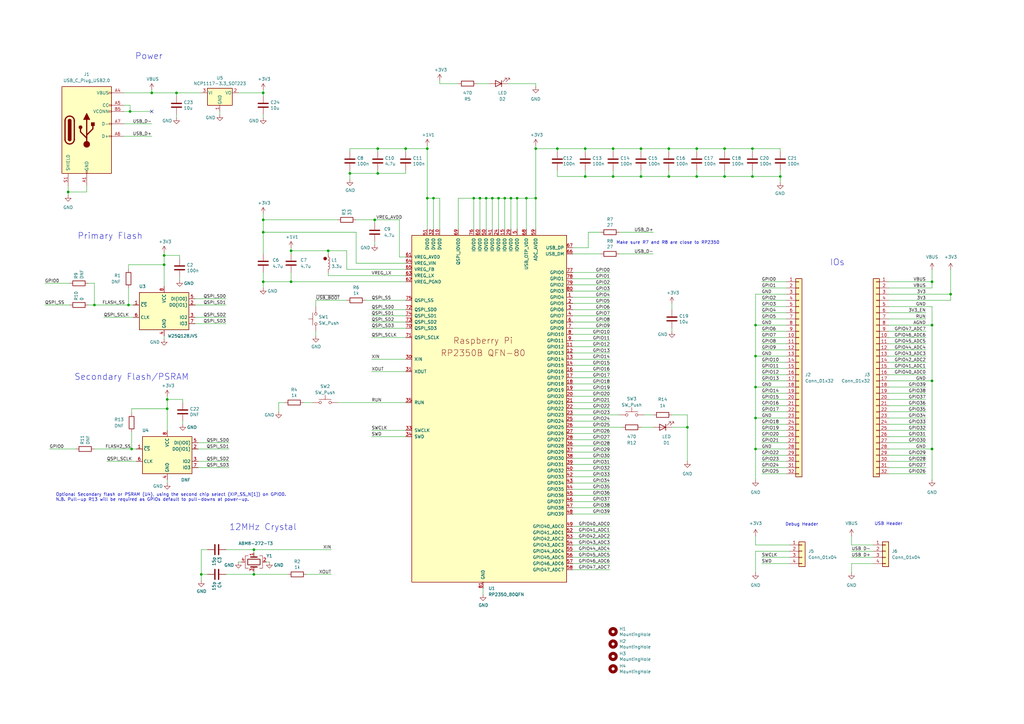
<source format=kicad_sch>
(kicad_sch (version 20231120) (generator "eeschema") (generator_version "8.0")
  (paper "A3")
  (junction (at 119.38 115.57))
  (junction (at 297.18 60.96))
  (junction (at 107.95 115.57))
  (junction (at 219.71 81.28))
  (junction (at 194.31 81.28))
  (junction (at 320.04 72.39))
  (junction (at 175.26 81.28))
  (junction (at 154.94 71.12))
  (junction (at 219.71 60.96))
  (junction (at 196.85 81.28))
  (junction (at 382.27 133.35))
  (junction (at 72.39 38.1))
  (junction (at 382.27 115.57))
  (junction (at 82.55 235.585))
  (junction (at 68.58 163.83))
  (junction (at 251.46 72.39))
  (junction (at 262.89 72.39))
  (junction (at 209.55 81.28))
  (junction (at 154.94 60.96))
  (junction (at 207.01 81.28))
  (junction (at 228.6 60.96))
  (junction (at 308.61 72.39))
  (junction (at 107.95 90.17))
  (junction (at 62.23 38.1))
  (junction (at 309.88 184.15))
  (junction (at 285.75 72.39))
  (junction (at 309.88 171.45))
  (junction (at 204.47 81.28))
  (junction (at 240.03 60.96))
  (junction (at 67.31 104.775))
  (junction (at 199.39 81.28))
  (junction (at 262.89 60.96))
  (junction (at 107.95 38.1))
  (junction (at 153.67 90.17))
  (junction (at 175.26 60.96))
  (junction (at 67.31 108.585))
  (junction (at 212.09 81.28))
  (junction (at 297.18 72.39))
  (junction (at 53.975 184.15))
  (junction (at 308.61 60.96))
  (junction (at 53.34 45.72))
  (junction (at 382.27 156.21))
  (junction (at 104.14 225.425))
  (junction (at 166.37 60.96))
  (junction (at 309.88 146.05))
  (junction (at 240.03 72.39))
  (junction (at 104.14 235.585))
  (junction (at 309.88 158.75))
  (junction (at 274.32 60.96))
  (junction (at 68.58 167.64))
  (junction (at 281.94 175.26))
  (junction (at 382.27 184.15))
  (junction (at 134.62 102.87))
  (junction (at 309.88 133.35))
  (junction (at 389.89 120.65))
  (junction (at 274.32 72.39))
  (junction (at 27.94 78.74))
  (junction (at 177.8 81.28))
  (junction (at 285.75 60.96))
  (junction (at 52.705 125.095))
  (junction (at 215.9 81.28))
  (junction (at 119.38 102.87))
  (junction (at 38.735 125.095))
  (junction (at 251.46 60.96))
  (junction (at 201.93 81.28))
  (junction (at 143.51 71.12))
  (junction (at 107.95 95.25))
  (no_connect (at 62.23 45.72))
  (wire (pts (xy 35.56 78.74) (xy 35.56 76.2)))
  (wire (pts (xy 72.39 39.37) (xy 72.39 38.1)))
  (wire (pts (xy 364.49 148.59) (xy 379.73 148.59)))
  (wire (pts (xy 234.95 139.7) (xy 250.19 139.7)))
  (wire (pts (xy 107.95 111.76) (xy 107.95 115.57)))
  (wire (pts (xy 382.27 133.35) (xy 382.27 156.21)))
  (wire (pts (xy 264.16 170.18) (xy 267.97 170.18)))
  (wire (pts (xy 234.95 132.08) (xy 250.19 132.08)))
  (wire (pts (xy 154.94 60.96) (xy 166.37 60.96)))
  (wire (pts (xy 107.95 95.25) (xy 146.05 95.25)))
  (wire (pts (xy 312.42 176.53) (xy 322.58 176.53)))
  (wire (pts (xy 349.25 219.71) (xy 349.25 223.52)))
  (wire (pts (xy 312.42 153.67) (xy 322.58 153.67)))
  (wire (pts (xy 274.32 62.23) (xy 274.32 60.96)))
  (wire (pts (xy 274.32 69.85) (xy 274.32 72.39)))
  (wire (pts (xy 234.95 129.54) (xy 250.19 129.54)))
  (wire (pts (xy 107.95 115.57) (xy 107.95 118.11)))
  (wire (pts (xy 228.6 60.96) (xy 240.03 60.96)))
  (wire (pts (xy 207.01 81.28) (xy 209.55 81.28)))
  (wire (pts (xy 154.94 62.23) (xy 154.94 60.96)))
  (wire (pts (xy 166.37 138.43) (xy 152.4 138.43)))
  (wire (pts (xy 154.94 71.12) (xy 166.37 71.12)))
  (wire (pts (xy 36.195 125.095) (xy 38.735 125.095)))
  (wire (pts (xy 74.93 163.83) (xy 68.58 163.83)))
  (wire (pts (xy 107.95 46.99) (xy 107.95 48.26)))
  (wire (pts (xy 312.42 156.21) (xy 322.58 156.21)))
  (wire (pts (xy 143.51 69.85) (xy 143.51 71.12)))
  (wire (pts (xy 234.95 101.6) (xy 241.3 101.6)))
  (wire (pts (xy 81.28 191.77) (xy 93.98 191.77)))
  (wire (pts (xy 312.42 148.59) (xy 322.58 148.59)))
  (wire (pts (xy 234.95 233.68) (xy 250.19 233.68)))
  (wire (pts (xy 309.88 146.05) (xy 309.88 133.35)))
  (wire (pts (xy 275.59 170.18) (xy 281.94 170.18)))
  (wire (pts (xy 234.95 231.14) (xy 250.19 231.14)))
  (wire (pts (xy 285.75 62.23) (xy 285.75 60.96)))
  (wire (pts (xy 90.17 45.72) (xy 90.17 46.99)))
  (wire (pts (xy 166.37 176.53) (xy 152.4 176.53)))
  (wire (pts (xy 234.95 218.44) (xy 250.19 218.44)))
  (wire (pts (xy 309.88 133.35) (xy 322.58 133.35)))
  (wire (pts (xy 53.34 45.72) (xy 62.23 45.72)))
  (wire (pts (xy 312.42 191.77) (xy 322.58 191.77)))
  (wire (pts (xy 92.71 235.585) (xy 104.14 235.585)))
  (wire (pts (xy 142.24 102.87) (xy 134.62 102.87)))
  (wire (pts (xy 382.27 118.11) (xy 382.27 115.57)))
  (wire (pts (xy 262.89 62.23) (xy 262.89 60.96)))
  (wire (pts (xy 146.05 90.17) (xy 153.67 90.17)))
  (wire (pts (xy 107.95 90.17) (xy 138.43 90.17)))
  (wire (pts (xy 262.89 69.85) (xy 262.89 72.39)))
  (wire (pts (xy 200.66 34.29) (xy 195.58 34.29)))
  (wire (pts (xy 153.67 90.17) (xy 163.83 90.17)))
  (wire (pts (xy 234.95 111.76) (xy 250.19 111.76)))
  (wire (pts (xy 234.95 198.12) (xy 250.19 198.12)))
  (wire (pts (xy 199.39 93.98) (xy 199.39 81.28)))
  (wire (pts (xy 234.95 185.42) (xy 250.19 185.42)))
  (wire (pts (xy 219.71 81.28) (xy 219.71 93.98)))
  (wire (pts (xy 364.49 118.11) (xy 382.27 118.11)))
  (wire (pts (xy 364.49 194.31) (xy 379.73 194.31)))
  (wire (pts (xy 129.54 123.19) (xy 129.54 125.73)))
  (wire (pts (xy 212.09 81.28) (xy 212.09 93.98)))
  (wire (pts (xy 52.705 118.11) (xy 52.705 125.095)))
  (wire (pts (xy 187.96 93.98) (xy 187.96 81.28)))
  (wire (pts (xy 312.42 168.91) (xy 322.58 168.91)))
  (wire (pts (xy 67.31 103.505) (xy 67.31 104.775)))
  (wire (pts (xy 18.415 116.205) (xy 28.575 116.205)))
  (wire (pts (xy 312.42 194.31) (xy 322.58 194.31)))
  (wire (pts (xy 382.27 115.57) (xy 382.27 110.49)))
  (wire (pts (xy 297.18 60.96) (xy 308.61 60.96)))
  (wire (pts (xy 364.49 115.57) (xy 382.27 115.57)))
  (wire (pts (xy 97.79 38.1) (xy 107.95 38.1)))
  (wire (pts (xy 308.61 72.39) (xy 297.18 72.39)))
  (wire (pts (xy 364.49 166.37) (xy 379.73 166.37)))
  (wire (pts (xy 364.49 128.27) (xy 379.73 128.27)))
  (wire (pts (xy 201.93 81.28) (xy 204.47 81.28)))
  (wire (pts (xy 234.95 160.02) (xy 250.19 160.02)))
  (wire (pts (xy 312.42 231.14) (xy 323.85 231.14)))
  (wire (pts (xy 309.88 158.75) (xy 309.88 146.05)))
  (wire (pts (xy 274.32 72.39) (xy 262.89 72.39)))
  (wire (pts (xy 308.61 69.85) (xy 308.61 72.39)))
  (wire (pts (xy 175.26 60.96) (xy 175.26 81.28)))
  (wire (pts (xy 196.85 81.28) (xy 199.39 81.28)))
  (wire (pts (xy 146.05 95.25) (xy 146.05 107.95)))
  (wire (pts (xy 234.95 142.24) (xy 250.19 142.24)))
  (wire (pts (xy 201.93 93.98) (xy 201.93 81.28)))
  (wire (pts (xy 52.705 108.585) (xy 67.31 108.585)))
  (wire (pts (xy 27.94 78.74) (xy 27.94 80.01)))
  (wire (pts (xy 109.22 230.505) (xy 110.49 230.505)))
  (wire (pts (xy 68.58 167.64) (xy 68.58 176.53)))
  (wire (pts (xy 364.49 163.83) (xy 379.73 163.83)))
  (wire (pts (xy 309.88 226.06) (xy 323.85 226.06)))
  (wire (pts (xy 364.49 181.61) (xy 379.73 181.61)))
  (wire (pts (xy 199.39 81.28) (xy 201.93 81.28)))
  (wire (pts (xy 234.95 180.34) (xy 250.19 180.34)))
  (wire (pts (xy 81.28 184.15) (xy 93.98 184.15)))
  (wire (pts (xy 116.84 165.1) (xy 114.3 165.1)))
  (wire (pts (xy 274.32 60.96) (xy 285.75 60.96)))
  (wire (pts (xy 240.03 60.96) (xy 251.46 60.96)))
  (wire (pts (xy 52.705 110.49) (xy 52.705 108.585)))
  (wire (pts (xy 107.95 115.57) (xy 119.38 115.57)))
  (wire (pts (xy 234.95 157.48) (xy 250.19 157.48)))
  (wire (pts (xy 134.62 113.03) (xy 166.37 113.03)))
  (wire (pts (xy 240.03 69.85) (xy 240.03 72.39)))
  (wire (pts (xy 85.09 235.585) (xy 82.55 235.585)))
  (wire (pts (xy 234.95 134.62) (xy 250.19 134.62)))
  (wire (pts (xy 234.95 182.88) (xy 250.19 182.88)))
  (wire (pts (xy 312.42 135.89) (xy 322.58 135.89)))
  (wire (pts (xy 80.01 132.715) (xy 92.71 132.715)))
  (wire (pts (xy 309.88 133.35) (xy 309.88 120.65)))
  (wire (pts (xy 119.38 101.6) (xy 119.38 102.87)))
  (wire (pts (xy 149.86 123.19) (xy 166.37 123.19)))
  (wire (pts (xy 143.51 62.23) (xy 143.51 60.96)))
  (wire (pts (xy 62.23 38.1) (xy 72.39 38.1)))
  (wire (pts (xy 153.67 100.33) (xy 153.67 99.06)))
  (wire (pts (xy 134.62 113.03) (xy 134.62 111.76)))
  (wire (pts (xy 153.67 90.17) (xy 153.67 91.44)))
  (wire (pts (xy 364.49 130.81) (xy 379.73 130.81)))
  (wire (pts (xy 209.55 81.28) (xy 212.09 81.28)))
  (wire (pts (xy 234.95 193.04) (xy 250.19 193.04)))
  (wire (pts (xy 82.55 235.585) (xy 82.55 238.125)))
  (wire (pts (xy 67.31 137.795) (xy 67.31 139.065)))
  (wire (pts (xy 234.95 154.94) (xy 250.19 154.94)))
  (wire (pts (xy 364.49 176.53) (xy 379.73 176.53)))
  (wire (pts (xy 364.49 156.21) (xy 382.27 156.21)))
  (wire (pts (xy 53.975 184.15) (xy 55.88 184.15)))
  (wire (pts (xy 309.88 223.52) (xy 323.85 223.52)))
  (wire (pts (xy 267.97 175.26) (xy 262.89 175.26)))
  (wire (pts (xy 254 104.14) (xy 267.97 104.14)))
  (wire (pts (xy 107.95 39.37) (xy 107.95 38.1)))
  (wire (pts (xy 312.42 163.83) (xy 322.58 163.83)))
  (wire (pts (xy 312.42 125.73) (xy 322.58 125.73)))
  (wire (pts (xy 175.26 81.28) (xy 175.26 93.98)))
  (wire (pts (xy 142.24 110.49) (xy 142.24 102.87)))
  (wire (pts (xy 234.95 203.2) (xy 250.19 203.2)))
  (wire (pts (xy 97.79 230.505) (xy 99.06 230.505)))
  (wire (pts (xy 53.34 43.18) (xy 50.8 43.18)))
  (wire (pts (xy 234.95 215.9) (xy 250.19 215.9)))
  (wire (pts (xy 312.42 128.27) (xy 322.58 128.27)))
  (wire (pts (xy 234.95 116.84) (xy 250.19 116.84)))
  (wire (pts (xy 234.95 175.26) (xy 255.27 175.26)))
  (wire (pts (xy 36.195 116.205) (xy 38.735 116.205)))
  (wire (pts (xy 364.49 120.65) (xy 389.89 120.65)))
  (wire (pts (xy 234.95 124.46) (xy 250.19 124.46)))
  (wire (pts (xy 53.975 169.545) (xy 53.975 167.64)))
  (wire (pts (xy 312.42 143.51) (xy 322.58 143.51)))
  (wire (pts (xy 312.42 118.11) (xy 322.58 118.11)))
  (wire (pts (xy 281.94 170.18) (xy 281.94 175.26)))
  (wire (pts (xy 67.31 108.585) (xy 67.31 117.475)))
  (wire (pts (xy 43.815 189.23) (xy 55.88 189.23)))
  (wire (pts (xy 364.49 153.67) (xy 379.73 153.67)))
  (wire (pts (xy 143.51 71.12) (xy 143.51 73.66)))
  (wire (pts (xy 204.47 81.28) (xy 207.01 81.28)))
  (wire (pts (xy 234.95 127) (xy 250.19 127)))
  (wire (pts (xy 312.42 228.6) (xy 323.85 228.6)))
  (wire (pts (xy 50.8 55.88) (xy 62.23 55.88)))
  (wire (pts (xy 154.94 69.85) (xy 154.94 71.12)))
  (wire (pts (xy 308.61 60.96) (xy 320.04 60.96)))
  (wire (pts (xy 251.46 62.23) (xy 251.46 60.96)))
  (wire (pts (xy 364.49 184.15) (xy 382.27 184.15)))
  (wire (pts (xy 67.31 104.775) (xy 67.31 108.585)))
  (wire (pts (xy 92.71 225.425) (xy 104.14 225.425)))
  (wire (pts (xy 349.25 226.06) (xy 358.14 226.06)))
  (wire (pts (xy 389.89 123.19) (xy 389.89 120.65)))
  (wire (pts (xy 80.01 130.175) (xy 92.71 130.175)))
  (wire (pts (xy 152.4 147.32) (xy 166.37 147.32)))
  (wire (pts (xy 389.89 120.65) (xy 389.89 110.49)))
  (wire (pts (xy 198.12 241.3) (xy 198.12 243.84)))
  (wire (pts (xy 152.4 132.08) (xy 166.37 132.08)))
  (wire (pts (xy 82.55 225.425) (xy 82.55 235.585)))
  (wire (pts (xy 180.34 81.28) (xy 180.34 93.98)))
  (wire (pts (xy 194.31 93.98) (xy 194.31 81.28)))
  (wire (pts (xy 364.49 179.07) (xy 379.73 179.07)))
  (wire (pts (xy 27.94 78.74) (xy 35.56 78.74)))
  (wire (pts (xy 349.25 228.6) (xy 358.14 228.6)))
  (wire (pts (xy 309.88 184.15) (xy 322.58 184.15)))
  (wire (pts (xy 143.51 60.96) (xy 154.94 60.96)))
  (wire (pts (xy 312.42 173.99) (xy 322.58 173.99)))
  (wire (pts (xy 312.42 138.43) (xy 322.58 138.43)))
  (wire (pts (xy 349.25 223.52) (xy 358.14 223.52)))
  (wire (pts (xy 234.95 152.4) (xy 250.19 152.4)))
  (wire (pts (xy 42.545 130.175) (xy 54.61 130.175)))
  (wire (pts (xy 73.66 104.775) (xy 67.31 104.775)))
  (wire (pts (xy 234.95 190.5) (xy 250.19 190.5)))
  (wire (pts (xy 320.04 62.23) (xy 320.04 60.96)))
  (wire (pts (xy 152.4 127) (xy 166.37 127)))
  (wire (pts (xy 241.3 95.25) (xy 241.3 101.6)))
  (wire (pts (xy 364.49 125.73) (xy 382.27 125.73)))
  (wire (pts (xy 364.49 161.29) (xy 379.73 161.29)))
  (wire (pts (xy 38.735 125.095) (xy 52.705 125.095)))
  (wire (pts (xy 68.58 196.85) (xy 68.58 198.12)))
  (wire (pts (xy 297.18 69.85) (xy 297.18 72.39)))
  (wire (pts (xy 219.71 59.69) (xy 219.71 60.96)))
  (wire (pts (xy 297.18 62.23) (xy 297.18 60.96)))
  (wire (pts (xy 62.23 36.83) (xy 62.23 38.1)))
  (wire (pts (xy 382.27 184.15) (xy 382.27 196.85)))
  (wire (pts (xy 152.4 129.54) (xy 166.37 129.54)))
  (wire (pts (xy 50.8 50.8) (xy 62.23 50.8)))
  (wire (pts (xy 68.58 163.83) (xy 68.58 167.64)))
  (wire (pts (xy 152.4 134.62) (xy 166.37 134.62)))
  (wire (pts (xy 312.42 161.29) (xy 322.58 161.29)))
  (wire (pts (xy 104.14 234.315) (xy 104.14 235.585)))
  (wire (pts (xy 281.94 175.26) (xy 281.94 189.23)))
  (wire (pts (xy 308.61 62.23) (xy 308.61 60.96)))
  (wire (pts (xy 53.34 45.72) (xy 50.8 45.72)))
  (wire (pts (xy 251.46 60.96) (xy 262.89 60.96)))
  (wire (pts (xy 382.27 125.73) (xy 382.27 133.35)))
  (wire (pts (xy 124.46 165.1) (xy 128.27 165.1)))
  (wire (pts (xy 320.04 72.39) (xy 308.61 72.39)))
  (wire (pts (xy 312.42 189.23) (xy 322.58 189.23)))
  (wire (pts (xy 73.66 106.045) (xy 73.66 104.775)))
  (wire (pts (xy 234.95 170.18) (xy 254 170.18)))
  (wire (pts (xy 275.59 124.46) (xy 275.59 127)))
  (wire (pts (xy 166.37 60.96) (xy 175.26 60.96)))
  (wire (pts (xy 364.49 151.13) (xy 379.73 151.13)))
  (wire (pts (xy 364.49 143.51) (xy 379.73 143.51)))
  (wire (pts (xy 285.75 60.96) (xy 297.18 60.96)))
  (wire (pts (xy 119.38 115.57) (xy 166.37 115.57)))
  (wire (pts (xy 364.49 123.19) (xy 389.89 123.19)))
  (wire (pts (xy 312.42 115.57) (xy 322.58 115.57)))
  (wire (pts (xy 297.18 72.39) (xy 285.75 72.39)))
  (wire (pts (xy 349.25 234.95) (xy 349.25 231.14)))
  (wire (pts (xy 364.49 189.23) (xy 379.73 189.23)))
  (wire (pts (xy 234.95 220.98) (xy 250.19 220.98)))
  (wire (pts (xy 219.71 60.96) (xy 228.6 60.96)))
  (wire (pts (xy 119.38 111.76) (xy 119.38 115.57)))
  (wire (pts (xy 312.42 166.37) (xy 322.58 166.37)))
  (wire (pts (xy 180.34 33.02) (xy 180.34 34.29)))
  (wire (pts (xy 163.83 90.17) (xy 163.83 105.41)))
  (wire (pts (xy 285.75 69.85) (xy 285.75 72.39)))
  (wire (pts (xy 53.975 177.165) (xy 53.975 184.15)))
  (wire (pts (xy 166.37 179.07) (xy 152.4 179.07)))
  (wire (pts (xy 241.3 95.25) (xy 246.38 95.25)))
  (wire (pts (xy 234.95 223.52) (xy 250.19 223.52)))
  (wire (pts (xy 309.88 171.45) (xy 309.88 158.75)))
  (wire (pts (xy 234.95 162.56) (xy 250.19 162.56)))
  (wire (pts (xy 142.24 123.19) (xy 129.54 123.19)))
  (wire (pts (xy 20.32 184.15) (xy 31.115 184.15)))
  (wire (pts (xy 177.8 81.28) (xy 180.34 81.28)))
  (wire (pts (xy 104.14 235.585) (xy 118.11 235.585)))
  (wire (pts (xy 82.55 38.1) (xy 72.39 38.1)))
  (wire (pts (xy 364.49 135.89) (xy 379.73 135.89)))
  (wire (pts (xy 68.58 162.56) (xy 68.58 163.83)))
  (wire (pts (xy 163.83 105.41) (xy 166.37 105.41)))
  (wire (pts (xy 196.85 93.98) (xy 196.85 81.28)))
  (wire (pts (xy 72.39 46.99) (xy 72.39 48.26)))
  (wire (pts (xy 129.54 135.89) (xy 129.54 137.795)))
  (wire (pts (xy 251.46 69.85) (xy 251.46 72.39)))
  (wire (pts (xy 85.09 225.425) (xy 82.55 225.425)))
  (wire (pts (xy 234.95 210.82) (xy 250.19 210.82)))
  (wire (pts (xy 38.735 116.205) (xy 38.735 125.095)))
  (wire (pts (xy 254 95.25) (xy 267.97 95.25)))
  (wire (pts (xy 234.95 172.72) (xy 250.19 172.72)))
  (wire (pts (xy 209.55 93.98) (xy 209.55 81.28)))
  (wire (pts (xy 175.26 59.69) (xy 175.26 60.96)))
  (wire (pts (xy 312.42 151.13) (xy 322.58 151.13)))
  (wire (pts (xy 107.95 90.17) (xy 107.95 95.25)))
  (wire (pts (xy 234.95 167.64) (xy 250.19 167.64)))
  (wire (pts (xy 119.38 102.87) (xy 134.62 102.87)))
  (wire (pts (xy 215.9 93.98) (xy 215.9 81.28)))
  (wire (pts (xy 309.88 184.15) (xy 309.88 196.85)))
  (wire (pts (xy 320.04 72.39) (xy 320.04 74.93)))
  (wire (pts (xy 219.71 34.29) (xy 219.71 35.56)))
  (wire (pts (xy 215.9 81.28) (xy 219.71 81.28)))
  (wire (pts (xy 212.09 81.28) (xy 215.9 81.28)))
  (wire (pts (xy 309.88 226.06) (xy 309.88 234.95)))
  (wire (pts (xy 364.49 138.43) (xy 379.73 138.43)))
  (wire (pts (xy 312.42 186.69) (xy 322.58 186.69)))
  (wire (pts (xy 312.42 179.07) (xy 322.58 179.07)))
  (wire (pts (xy 312.42 140.97) (xy 322.58 140.97)))
  (wire (pts (xy 234.95 195.58) (xy 250.19 195.58)))
  (wire (pts (xy 251.46 72.39) (xy 240.03 72.39)))
  (wire (pts (xy 262.89 72.39) (xy 251.46 72.39)))
  (wire (pts (xy 104.14 225.425) (xy 135.89 225.425)))
  (wire (pts (xy 234.95 137.16) (xy 250.19 137.16)))
  (wire (pts (xy 312.42 130.81) (xy 322.58 130.81)))
  (wire (pts (xy 309.88 146.05) (xy 322.58 146.05)))
  (wire (pts (xy 107.95 87.63) (xy 107.95 90.17)))
  (wire (pts (xy 134.62 102.87) (xy 134.62 104.14)))
  (wire (pts (xy 194.31 81.28) (xy 196.85 81.28)))
  (wire (pts (xy 234.95 205.74) (xy 250.19 205.74)))
  (wire (pts (xy 204.47 93.98) (xy 204.47 81.28)))
  (wire (pts (xy 234.95 208.28) (xy 250.19 208.28)))
  (wire (pts (xy 228.6 62.23) (xy 228.6 60.96)))
  (wire (pts (xy 364.49 171.45) (xy 379.73 171.45)))
  (wire (pts (xy 234.95 187.96) (xy 250.19 187.96)))
  (wire (pts (xy 234.95 177.8) (xy 250.19 177.8)))
  (wire (pts (xy 309.88 158.75) (xy 322.58 158.75)))
  (wire (pts (xy 27.94 76.2) (xy 27.94 78.74)))
  (wire (pts (xy 364.49 140.97) (xy 379.73 140.97)))
  (wire (pts (xy 166.37 62.23) (xy 166.37 60.96)))
  (wire (pts (xy 234.95 119.38) (xy 250.19 119.38)))
  (wire (pts (xy 107.95 38.1) (xy 107.95 36.83)))
  (wire (pts (xy 234.95 149.86) (xy 250.19 149.86)))
  (wire (pts (xy 234.95 165.1) (xy 250.19 165.1)))
  (wire (pts (xy 285.75 72.39) (xy 274.32 72.39)))
  (wire (pts (xy 234.95 121.92) (xy 250.19 121.92)))
  (wire (pts (xy 143.51 71.12) (xy 154.94 71.12)))
  (wire (pts (xy 50.8 38.1) (xy 62.23 38.1)))
  (wire (pts (xy 187.96 81.28) (xy 194.31 81.28)))
  (wire (pts (xy 208.28 34.29) (xy 219.71 34.29)))
  (wire (pts (xy 309.88 184.15) (xy 309.88 171.45)))
  (wire (pts (xy 52.705 125.095) (xy 54.61 125.095)))
  (wire (pts (xy 309.88 120.65) (xy 322.58 120.65)))
  (wire (pts (xy 309.88 219.71) (xy 309.88 223.52)))
  (wire (pts (xy 234.95 200.66) (xy 250.19 200.66)))
  (wire (pts (xy 364.49 146.05) (xy 379.73 146.05)))
  (wire (pts (xy 146.05 107.95) (xy 166.37 107.95)))
  (wire (pts (xy 177.8 81.28) (xy 175.26 81.28)))
  (wire (pts (xy 207.01 81.28) (xy 207.01 93.98)))
  (wire (pts (xy 53.34 43.18) (xy 53.34 45.72)))
  (wire (pts (xy 312.42 181.61) (xy 322.58 181.61)))
  (wire (pts (xy 166.37 110.49) (xy 142.24 110.49)))
  (wire (pts (xy 180.34 34.29) (xy 187.96 34.29)))
  (wire (pts (xy 74.93 165.1) (xy 74.93 163.83)))
  (wire (pts (xy 364.49 158.75) (xy 379.73 158.75)))
  (wire (pts (xy 240.03 62.23) (xy 240.03 60.96)))
  (wire (pts (xy 364.49 173.99) (xy 379.73 173.99)))
  (wire (pts (xy 74.93 172.72) (xy 74.93 173.99)))
  (wire (pts (xy 81.28 189.23) (xy 93.98 189.23)))
  (wire (pts (xy 364.49 191.77) (xy 379.73 191.77)))
  (wire (pts (xy 234.95 104.14) (xy 246.38 104.14)))
  (wire (pts (xy 240.03 72.39) (xy 228.6 72.39)))
  (wire (pts (xy 114.3 165.1) (xy 114.3 168.91)))
  (wire (pts (xy 228.6 69.85) (xy 228.6 72.39)))
  (wire (pts (xy 312.42 123.19) (xy 322.58 123.19)))
  (wire (pts (xy 104.14 226.695) (xy 104.14 225.425)))
  (wire (pts (xy 364.49 186.69) (xy 379.73 186.69)))
  (wire (pts (xy 219.71 60.96) (xy 219.71 81.28)))
  (wire (pts (xy 364.49 168.91) (xy 379.73 168.91)))
  (wire (pts (xy 119.38 104.14) (xy 119.38 102.87)))
  (wire (pts (xy 234.95 144.78) (xy 250.19 144.78)))
  (wire (pts (xy 234.95 114.3) (xy 250.19 114.3)))
  (wire (pts (xy 234.95 226.06) (xy 250.19 226.06)))
  (wire (pts (xy 364.49 133.35) (xy 382.27 133.35)))
  (wire (pts (xy 53.975 167.64) (xy 68.58 167.64)))
  (wire (pts (xy 349.25 231.14) (xy 358.14 231.14)))
  (wire (pts (xy 275.59 134.62) (xy 275.59 135.89)))
  (wire (pts (xy 125.73 235.585) (xy 135.89 235.585)))
  (wire (pts (xy 234.95 228.6) (xy 250.19 228.6)))
  (wire (pts (xy 80.01 122.555) (xy 92.71 122.555)))
  (wire (pts (xy 81.28 181.61) (xy 93.98 181.61)))
  (wire (pts (xy 262.89 60.96) (xy 274.32 60.96)))
  (wire (pts (xy 166.37 152.4) (xy 152.4 152.4)))
  (wire (pts (xy 309.88 171.45) (xy 322.58 171.45)))
  (wire (pts (xy 18.415 125.095) (xy 28.575 125.095)))
  (wire (pts (xy 275.59 175.26) (xy 281.94 175.26)))
  (wire (pts (xy 80.01 125.095) (xy 92.71 125.095)))
  (wire (pts (xy 166.37 71.12) (xy 166.37 69.85)))
  (wire (pts (xy 107.95 95.25) (xy 107.95 104.14)))
  (wire (pts (xy 382.27 156.21) (xy 382.27 184.15)))
  (wire (pts (xy 177.8 93.98) (xy 177.8 81.28)))
  (wire (pts (xy 138.43 165.1) (xy 166.37 165.1)))
  (wire (pts (xy 320.04 69.85) (xy 320.04 72.39)))
  (wire (pts (xy 38.735 184.15) (xy 53.975 184.15)))
  (wire (pts (xy 73.66 113.665) (xy 73.66 114.935)))
  (wire (pts (xy 234.95 147.32) (xy 250.19 147.32)))
  (circle (center 133.35 106.045) (radius 0.635) (stroke (width 0) (color 132 0 0 1)) (fill (type color) (color 132 0 0 1)))
  (text "Optional Secondary flash or PSRAM (U4), using the second chip select (XIP_SS_N[1]) on GPIO0.\nN.B. Pull-up R13 will be required as GPIOs default to pull-downs at power-up." (at 22.86 205.74 0) (effects (font (size 1.27 1.27)) (justify left bottom)))
  (text "IOs" (at 340.36 109.22 0) (effects (font (size 2.54 2.54)) (justify left bottom)))
  (text "12MHz Crystal" (at 93.98 217.805 0) (effects (font (size 2.54 2.54)) (justify left bottom)))
  (text "USB Header" (at 358.648 215.646 0) (effects (font (size 1.27 1.27)) (justify left bottom)))
  (text "Primary Flash" (at 31.75 98.425 0) (effects (font (size 2.54 2.54)) (justify left bottom)))
  (text "Debug Header\n" (at 322.072 215.9 0) (effects (font (size 1.27 1.27)) (justify left bottom)))
  (text "Make sure R7 and R8 are close to RP2350\n" (at 252.73 100.33 0) (effects (font (size 1.27 1.27)) (justify left bottom)))
  (text "Secondary Flash/PSRAM" (at 30.48 156.21 0) (effects (font (size 2.54 2.54)) (justify left bottom)))
  (text "Power" (at 55.372 24.638 0) (effects (font (size 2.54 2.54)) (justify left bottom)))
  (label "XIN" (at 152.4 147.32 0))
  (label "USB_D+" (at 267.97 95.25 180))
  (label "GPIO33" (at 250.19 195.58 180))
  (label "GPIO40_ADC0" (at 250.19 215.9 180))
  (label "GPIO16" (at 312.42 166.37 0))
  (label "GPIO32" (at 250.19 193.04 180))
  (label "GPIO45_ADC5" (at 250.19 228.6 180))
  (label "GPIO15" (at 312.42 163.83 0))
  (label "GPIO24" (at 312.42 191.77 0))
  (label "GPIO10" (at 312.42 148.59 0))
  (label "GPIO41_ADC1" (at 250.19 218.44 180))
  (label "GPIO11" (at 312.42 151.13 0))
  (label "XOUT" (at 152.4 152.4 0))
  (label "GPIO18" (at 250.19 157.48 180))
  (label "FLASH2_SS" (at 43.18 184.15 0))
  (label "~{USB_BOOT}" (at 129.54 123.19 0))
  (label "GPIO8" (at 312.42 140.97 0))
  (label "GPIO0" (at 312.42 115.57 0))
  (label "GPIO38" (at 379.73 161.29 180))
  (label "AGND" (at 379.73 133.35 180))
  (label "GPIO12" (at 250.19 142.24 180))
  (label "GPIO8" (at 250.19 132.08 180))
  (label "QSPI_SD2" (at 92.71 130.175 180))
  (label "GPIO9" (at 312.42 143.51 0))
  (label "SWCLK" (at 312.42 228.6 0))
  (label "GPIO3" (at 250.19 119.38 180))
  (label "GPIO17" (at 312.42 168.91 0))
  (label "GPIO1" (at 312.42 118.11 0))
  (label "GPIO0" (at 18.415 116.205 0))
  (label "GPIO25" (at 250.19 175.26 180))
  (label "GPIO36" (at 379.73 166.37 180))
  (label "GPIO18" (at 312.42 173.99 0))
  (label "GPIO13" (at 250.19 144.78 180))
  (label "GPIO36" (at 250.19 203.2 180))
  (label "USB D-" (at 349.25 226.06 0))
  (label "VBUS" (at 379.73 118.11 180))
  (label "GPIO39" (at 379.73 158.75 180))
  (label "GPIO2" (at 250.19 116.84 180))
  (label "XIN" (at 135.89 225.425 180))
  (label "GPIO38" (at 250.19 208.28 180))
  (label "GPIO34" (at 379.73 171.45 180))
  (label "RUN" (at 152.4 165.1 0))
  (label "GPIO16" (at 250.19 152.4 180))
  (label "GPIO21" (at 312.42 181.61 0))
  (label "GND" (at 312.42 158.75 0))
  (label "QSPI_SD0" (at 152.4 127 0))
  (label "USB_D+" (at 62.23 55.88 180))
  (label "GPIO5" (at 250.19 124.46 180))
  (label "QSPI_SD0" (at 92.71 122.555 180))
  (label "GPIO43_ADC3" (at 250.19 223.52 180))
  (label "QSPI_SS" (at 152.4 123.19 0))
  (label "SWCLK" (at 152.4 176.53 0))
  (label "GPIO1" (at 250.19 114.3 180))
  (label "GPIO5" (at 312.42 130.81 0))
  (label "GPIO21" (at 250.19 165.1 180))
  (label "GPIO20" (at 312.42 179.07 0))
  (label "QSPI_SD2" (at 93.98 189.23 180))
  (label "GPIO35" (at 250.19 200.66 180))
  (label "GPIO37" (at 250.19 205.74 180))
  (label "GPIO20" (at 250.19 162.56 180))
  (label "GND" (at 379.73 125.73 180))
  (label "GPIO45_ADC5" (at 379.73 140.97 180))
  (label "GPIO7" (at 250.19 129.54 180))
  (label "QSPI_SD3" (at 92.71 132.715 180))
  (label "XOUT" (at 135.89 235.585 180))
  (label "GND" (at 379.73 184.15 180))
  (label "GPIO17" (at 250.19 154.94 180))
  (label "GPIO42_ADC2" (at 379.73 148.59 180))
  (label "GPIO6" (at 312.42 135.89 0))
  (label "GPIO47_ADC7" (at 250.19 233.68 180))
  (label "GPIO37" (at 379.73 163.83 180))
  (label "3V3_EN" (at 379.73 128.27 180))
  (label "GPIO39" (at 250.19 210.82 180))
  (label "QSPI_SS" (at 18.415 125.095 0))
  (label "GPIO29" (at 250.19 185.42 180))
  (label "GPIO23" (at 312.42 189.23 0))
  (label "QSPI_SD0" (at 93.98 181.61 180))
  (label "QSPI_SD2" (at 152.4 132.08 0))
  (label "FLASH_SS" (at 41.91 125.095 0))
  (label "GPIO29" (at 379.73 186.69 180))
  (label "SWD" (at 312.42 231.14 0))
  (label "GPIO7" (at 312.42 138.43 0))
  (label "GPIO46_ADC6" (at 379.73 138.43 180))
  (label "VREG_LX" (at 152.4 113.03 0))
  (label "GPIO6" (at 250.19 127 180))
  (label "GPIO4" (at 312.42 128.27 0))
  (label "GPIO42_ADC2" (at 250.19 220.98 180))
  (label "GPIO31" (at 250.19 190.5 180))
  (label "USB_D-" (at 267.97 104.14 180))
  (label "GPIO10" (at 250.19 137.16 180))
  (label "QSPI_SCLK" (at 43.815 189.23 0))
  (label "GPIO28" (at 250.19 182.88 180))
  (label "GPIO0" (at 250.19 111.76 180))
  (label "GPIO14" (at 312.42 161.29 0))
  (label "GPIO32" (at 379.73 176.53 180))
  (label "GPIO26" (at 379.73 194.31 180))
  (label "QSPI_SD1" (at 93.98 184.15 180))
  (label "3V3" (at 379.73 120.65 180))
  (label "GPIO14" (at 250.19 147.32 180))
  (label "VREG_AVDD" (at 154.305 90.17 0))
  (label "GPIO23" (at 250.19 170.18 180))
  (label "VBUS" (at 379.73 115.57 180))
  (label "GPIO47_ADC7" (at 379.73 135.89 180))
  (label "GPIO15" (at 250.19 149.86 180))
  (label "GND" (at 312.42 133.35 0))
  (label "3V3" (at 379.73 123.19 180))
  (label "GND" (at 312.42 120.65 0))
  (label "GPIO35" (at 379.73 168.91 180))
  (label "GPIO9" (at 250.19 134.62 180))
  (label "GPIO27" (at 250.19 180.34 180))
  (label "GPIO30" (at 379.73 181.61 180))
  (label "QSPI_SD1" (at 152.4 129.54 0))
  (label "GPIO44_ADC4" (at 250.19 226.06 180))
  (label "GND" (at 312.42 146.05 0))
  (label "GPIO31" (at 379.73 179.07 180))
  (label "RUN" (at 379.73 130.81 180))
  (label "GPIO30" (at 250.19 187.96 180))
  (label "QSPI_SD3" (at 93.98 191.77 180))
  (label "GPIO2" (at 312.42 123.19 0))
  (label "QSPI_SCLK" (at 152.4 138.43 0))
  (label "QSPI_SCLK" (at 42.545 130.175 0))
  (label "GPIO34" (at 250.19 198.12 180))
  (label "GND" (at 379.73 156.21 180))
  (label "GND" (at 312.42 184.15 0))
  (label "GPIO33" (at 379.73 173.99 180))
  (label "GPIO22" (at 250.19 167.64 180))
  (label "GPIO44_ADC4" (at 379.73 143.51 180))
  (label "GPIO12" (at 312.42 153.67 0))
  (label "GPIO25" (at 312.42 194.31 0))
  (label "GPIO46_ADC6" (at 250.19 231.14 180))
  (label "GPIO13" (at 312.42 156.21 0))
  (label "GPIO0" (at 20.32 184.15 0))
  (label "GPIO11" (at 250.19 139.7 180))
  (label "GPIO27" (at 379.73 191.77 180))
  (label "QSPI_SD1" (at 92.71 125.095 180))
  (label "USB D+" (at 349.25 228.6 0))
  (label "SWD" (at 152.4 179.07 0))
  (label "GND" (at 312.42 171.45 0))
  (label "GPIO24" (at 250.19 172.72 180))
  (label "GPIO28" (at 379.73 189.23 180))
  (label "GPIO19" (at 312.42 176.53 0))
  (label "USB_D-" (at 62.23 50.8 180))
  (label "GPIO40_ADC0" (at 379.73 153.67 180))
  (label "GPIO4" (at 250.19 121.92 180))
  (label "GPIO3" (at 312.42 125.73 0))
  (label "QSPI_SD3" (at 152.4 134.62 0))
  (label "GPIO19" (at 250.19 160.02 180))
  (label "GPIO22" (at 312.42 186.69 0))
  (label "GPIO41_ADC1" (at 379.73 151.13 180))
  (label "GPIO26" (at 250.19 177.8 180))
  (label "GPIO43_ADC3" (at 379.73 146.05 180))
  (symbol (lib_id "Device:C") (at 88.9 225.425 270) (unit 1)
    (property "Reference" "C3" (at 90.0684 228.346 0) (effects (justify left)))
    (property "Value" "15p" (at 87.757 228.346 0) (effects (justify left)))
    (property "Footprint" "Capacitor_SMD:C_0402_1005Metric" (effects (hide yes)))
  )
  (symbol (lib_id "Device:C") (at 88.9 235.585 270) (unit 1)
    (property "Reference" "C4" (at 90.0684 238.506 0) (effects (justify left)))
    (property "Value" "15p" (at 87.757 238.506 0) (effects (justify left)))
    (property "Footprint" "Capacitor_SMD:C_0402_1005Metric" (effects (hide yes)))
  )
  (symbol (lib_id "power:GND") (at 82.55 238.125 0) (unit 1)
    (property "Reference" "#PWR08" (effects (hide yes)))
    (property "Value" "GND" (at 82.677 242.5192 0))
  )
  (symbol (lib_id "Memory_Flash:W25Q128JVS") (at 67.31 127.635 0) (unit 1)
    (property "Reference" "U3" (at 58.42 117.475 0))
    (property "Value" "W25Q128JVS" (at 74.93 137.795 0))
    (property "Footprint" "Package_SO:SOIC-8_5.23x5.23mm_P1.27mm" (effects (hide yes)))
    (property "Datasheet" "http://www.winbond.com/resource-files/w25q128jv_dtr%20revc%2003272018%20plus.pdf" (effects (hide yes)))
  )
  (symbol (lib_id "power:+3V3") (at 67.31 103.505 0) (unit 1)
    (property "Reference" "#PWR04" (effects (hide yes)))
    (property "Value" "+3V3" (at 67.691 99.1108 0))
  )
  (symbol (lib_id "power:GND") (at 67.31 139.065 0) (unit 1)
    (property "Reference" "#PWR05" (effects (hide yes)))
    (property "Value" "GND" (at 63.5 140.335 0))
  )
  (symbol (lib_id "Device:R") (at 52.705 114.3 0) (mirror y) (unit 1)
    (property "Reference" "R1" (at 49.53 113.03 0) (effects (justify left)))
    (property "Value" "DNF" (at 49.53 115.57 0) (effects (justify left)))
    (property "Footprint" "Resistor_SMD:R_0402_1005Metric" (effects (hide yes)))
  )
  (symbol (lib_id "Device:C") (at 73.66 109.855 0) (unit 1)
    (property "Reference" "C2" (at 76.581 108.6866 0) (effects (justify left)))
    (property "Value" "100n" (at 76.581 110.998 0) (effects (justify left)))
    (property "Footprint" "Capacitor_SMD:C_0402_1005Metric" (effects (hide yes)))
  )
  (symbol (lib_id "power:GND") (at 73.66 114.935 0) (unit 1)
    (property "Reference" "#PWR06" (effects (hide yes)))
    (property "Value" "GND" (at 77.47 116.205 0))
  )
  (symbol (lib_id "power:GND") (at 198.12 243.84 0) (unit 1)
    (property "Reference" "#PWR021" (effects (hide yes)))
    (property "Value" "GND" (at 198.247 248.2342 0))
  )
  (symbol (lib_id "Device:R") (at 250.19 95.25 270) (unit 1)
    (property "Reference" "R7" (at 250.19 89.9922 90))
    (property "Value" "27" (at 250.19 92.3036 90))
    (property "Footprint" "Resistor_SMD:R_0402_1005Metric" (effects (hide yes)))
  )
  (symbol (lib_id "Device:R") (at 250.19 104.14 270) (unit 1)
    (property "Reference" "R8" (at 250.19 98.8822 90))
    (property "Value" "27" (at 250.19 101.1936 90))
    (property "Footprint" "Resistor_SMD:R_0402_1005Metric" (effects (hide yes)))
  )
  (symbol (lib_id "power:+3V3") (at 219.71 59.69 0) (unit 1)
    (property "Reference" "#PWR022" (effects (hide yes)))
    (property "Value" "+3V3" (at 220.091 55.2958 0))
  )
  (symbol (lib_id "Device:C") (at 251.46 66.04 0) (unit 1)
    (property "Reference" "C14" (at 254.381 64.8716 0) (effects (justify left)))
    (property "Value" "100n" (at 254.381 67.183 0) (effects (justify left)))
    (property "Footprint" "Capacitor_SMD:C_0402_1005Metric" (effects (hide yes)))
  )
  (symbol (lib_id "Device:C") (at 262.89 66.04 0) (unit 1)
    (property "Reference" "C15" (at 265.811 64.8716 0) (effects (justify left)))
    (property "Value" "100n" (at 265.811 67.183 0) (effects (justify left)))
    (property "Footprint" "Capacitor_SMD:C_0402_1005Metric" (effects (hide yes)))
  )
  (symbol (lib_id "Device:C") (at 274.32 66.04 0) (unit 1)
    (property "Reference" "C16" (at 277.241 64.8716 0) (effects (justify left)))
    (property "Value" "100n" (at 277.241 67.183 0) (effects (justify left)))
    (property "Footprint" "Capacitor_SMD:C_0402_1005Metric" (effects (hide yes)))
  )
  (symbol (lib_id "Device:C") (at 285.75 66.04 0) (unit 1)
    (property "Reference" "C17" (at 288.671 64.8716 0) (effects (justify left)))
    (property "Value" "100n" (at 288.671 67.183 0) (effects (justify left)))
    (property "Footprint" "Capacitor_SMD:C_0402_1005Metric" (effects (hide yes)))
  )
  (symbol (lib_id "Device:C") (at 297.18 66.04 0) (unit 1)
    (property "Reference" "C18" (at 300.101 64.8716 0) (effects (justify left)))
    (property "Value" "100n" (at 300.101 67.183 0) (effects (justify left)))
    (property "Footprint" "Capacitor_SMD:C_0402_1005Metric" (effects (hide yes)))
  )
  (symbol (lib_id "Device:C") (at 308.61 66.04 0) (unit 1)
    (property "Reference" "C20" (at 311.531 64.8716 0) (effects (justify left)))
    (property "Value" "100n" (at 311.531 67.183 0) (effects (justify left)))
    (property "Footprint" "Capacitor_SMD:C_0402_1005Metric" (effects (hide yes)))
  )
  (symbol (lib_id "Mechanical:MountingHole") (at 251.46 259.08 0) (unit 1)
    (property "Reference" "H1" (at 254 257.9116 0) (effects (justify left)))
    (property "Value" "MountingHole" (at 254 260.223 0) (effects (justify left)))
    (property "Footprint" "MountingHole:MountingHole_2.7mm_M2.5" (effects (hide yes)))
  )
  (symbol (lib_id "Mechanical:MountingHole") (at 251.46 264.16 0) (unit 1)
    (property "Reference" "H2" (at 254 262.9916 0) (effects (justify left)))
    (property "Value" "MountingHole" (at 254 265.303 0) (effects (justify left)))
    (property "Footprint" "MountingHole:MountingHole_2.7mm_M2.5" (effects (hide yes)))
  )
  (symbol (lib_id "Mechanical:MountingHole") (at 251.46 269.24 0) (unit 1)
    (property "Reference" "H3" (at 254 268.0716 0) (effects (justify left)))
    (property "Value" "MountingHole" (at 254 270.383 0) (effects (justify left)))
    (property "Footprint" "MountingHole:MountingHole_2.7mm_M2.5" (effects (hide yes)))
  )
  (symbol (lib_id "Mechanical:MountingHole") (at 251.46 274.32 0) (unit 1)
    (property "Reference" "H4" (at 254 273.1516 0) (effects (justify left)))
    (property "Value" "MountingHole" (at 254 275.463 0) (effects (justify left)))
    (property "Footprint" "MountingHole:MountingHole_2.7mm_M2.5" (effects (hide yes)))
  )
  (symbol (lib_id "Device:R") (at 121.92 235.585 270) (unit 1)
    (property "Reference" "R2" (at 121.92 230.3272 90))
    (property "Value" "1k" (at 121.92 232.6386 90))
    (property "Footprint" "Resistor_SMD:R_0402_1005Metric" (effects (hide yes)))
  )
  (symbol (lib_id "Device:Crystal_GND24") (at 104.14 230.505 270) (unit 1)
    (property "Reference" "Y1" (at 109.22 227.965 90) (effects (justify left)))
    (property "Value" "ABM8-272-T3" (at 97.79 222.885 90) (effects (justify left)))
    (property "Footprint" "Crystal:Crystal_SMD_3225-4Pin_3.2x2.5mm" (effects (hide yes)))
  )
  (symbol (lib_id "power:+3V3") (at 275.59 124.46 0) (unit 1)
    (property "Reference" "#PWR023" (effects (hide yes)))
    (property "Value" "+3V3" (at 275.971 120.0658 0))
  )
  (symbol (lib_id "Device:C") (at 275.59 130.81 0) (unit 1)
    (property "Reference" "C19" (at 278.511 129.6416 0) (effects (justify left)))
    (property "Value" "10u" (at 278.511 131.953 0) (effects (justify left)))
    (property "Footprint" "Capacitor_SMD:C_0805_2012Metric" (effects (hide yes)))
  )
  (symbol (lib_id "power:GND") (at 275.59 135.89 0) (unit 1)
    (property "Reference" "#PWR024" (effects (hide yes)))
    (property "Value" "GND" (at 271.78 137.16 0))
  )
  (symbol (lib_id "power:+3V3") (at 68.58 162.56 0) (unit 1)
    (property "Reference" "#PWR029" (effects (hide yes)))
    (property "Value" "+3V3" (at 68.961 158.1658 0))
  )
  (symbol (lib_id "Device:C") (at 74.93 168.91 0) (unit 1)
    (property "Reference" "C22" (at 77.851 167.7416 0) (effects (justify left)))
    (property "Value" "DNF" (at 77.851 170.053 0) (effects (justify left)))
    (property "Footprint" "Capacitor_SMD:C_0402_1005Metric" (effects (hide yes)))
  )
  (symbol (lib_name "+3V3_1") (lib_id "power:+3V3") (at 309.88 219.71 0) (unit 1)
    (property "Reference" "#PWR07" (effects (hide yes)))
    (property "Value" "+3V3" (at 309.88 214.63 0))
    (property "Description" "Power symbol creates a global label with name \"+3V3\"" (effects (hide yes)))
  )
  (symbol (lib_id "power:GND") (at 129.54 137.795 0) (unit 1)
    (property "Reference" "#PWR017" (effects (hide yes)))
    (property "Value" "GND" (at 129.667 142.1892 0))
  )
  (symbol (lib_id "Device:LED") (at 271.78 175.26 180) (unit 1)
    (property "Reference" "D1" (at 273.3675 181.61 0))
    (property "Value" "LED" (at 273.3675 179.07 0))
    (property "Description" "Light emitting diode" (effects (hide yes)))
  )
  (symbol (lib_id "Device:C") (at 166.37 66.04 0) (unit 1)
    (property "Reference" "C11" (at 169.291 64.8716 0) (effects (justify left)))
    (property "Value" "100n" (at 169.291 67.183 0) (effects (justify left)))
    (property "Footprint" "Capacitor_SMD:C_0402_1005Metric" (effects (hide yes)))
  )
  (symbol (lib_name "GND_3") (lib_id "power:GND") (at 309.88 196.85 0) (unit 1)
    (property "Reference" "#PWR010" (effects (hide yes)))
    (property "Value" "GND" (at 309.88 201.93 0))
    (property "Description" "Power symbol creates a global label with name \"GND\" , ground" (effects (hide yes)))
  )
  (symbol (lib_id "Device:R") (at 191.77 34.29 90) (mirror x) (unit 1)
    (property "Reference" "R5" (at 191.77 40.64 90))
    (property "Value" "470" (at 191.77 38.1 90))
    (property "Description" "Resistor" (effects (hide yes)))
  )
  (symbol (lib_id "Device:R") (at 259.08 175.26 90) (mirror x) (unit 1)
    (property "Reference" "R12" (at 259.08 181.61 90))
    (property "Value" "470" (at 259.08 179.07 90))
    (property "Description" "Resistor" (effects (hide yes)))
  )
  (symbol (lib_id "Device:R") (at 120.65 165.1 270) (unit 1)
    (property "Reference" "R4" (at 120.65 159.8422 90))
    (property "Value" "1k" (at 120.65 162.1536 90))
    (property "Footprint" "Resistor_SMD:R_0402_1005Metric" (effects (hide yes)))
  )
  (symbol (lib_id "Device:C") (at 240.03 66.04 0) (unit 1)
    (property "Reference" "C13" (at 242.951 64.8716 0) (effects (justify left)))
    (property "Value" "100n" (at 242.951 67.183 0) (effects (justify left)))
    (property "Footprint" "Capacitor_SMD:C_0402_1005Metric" (effects (hide yes)))
  )
  (symbol (lib_id "power:GND") (at 107.95 48.26 0) (unit 1)
    (property "Reference" "#PWR035" (effects (hide yes)))
    (property "Value" "GND" (at 104.14 49.53 0))
  )
  (symbol (lib_id "Device:C") (at 320.04 66.04 0) (unit 1)
    (property "Reference" "C21" (at 322.961 64.8716 0) (effects (justify left)))
    (property "Value" "100n" (at 322.961 67.183 0) (effects (justify left)))
    (property "Footprint" "Capacitor_SMD:C_0402_1005Metric" (effects (hide yes)))
  )
  (symbol (lib_id "power:+1V1") (at 119.38 101.6 0) (unit 1)
    (property "Reference" "#PWR014" (effects (hide yes)))
    (property "Value" "+1V1" (at 119.761 97.2058 0))
  )
  (symbol (lib_name "GND_2") (lib_id "power:GND") (at 309.88 234.95 0) (unit 1)
    (property "Reference" "#PWR03" (effects (hide yes)))
    (property "Value" "GND" (at 309.88 240.03 0))
    (property "Description" "Power symbol creates a global label with name \"GND\" , ground" (effects (hide yes)))
  )
  (symbol (lib_id "Switch:SW_Push") (at 133.35 165.1 0) (unit 1)
    (property "Reference" "SW2" (at 133.35 158.4792 0))
    (property "Value" "SW_Push" (at 133.35 161.0161 0))
    (property "Footprint" "Button_Switch_SMD:SW_Push_1P1T_NO_Vertical_Wuerth_434133025816" (effects (hide yes)))
  )
  (symbol (lib_id "power:GND") (at 97.79 230.505 0) (unit 1)
    (property "Reference" "#PWR09" (effects (hide yes)))
    (property "Value" "GND" (at 93.98 231.775 0))
  )
  (symbol (lib_id "Device:R") (at 32.385 116.205 90) (unit 1)
    (property "Reference" "R9" (at 31.2166 114.427 0) (effects (justify left)))
    (property "Value" "DNF" (at 33.528 114.427 0) (effects (justify left)))
    (property "Footprint" "Resistor_SMD:R_0402_1005Metric" (effects (hide yes)))
  )
  (symbol (lib_id "power:GND") (at 74.93 173.99 0) (unit 1)
    (property "Reference" "#PWR031" (effects (hide yes)))
    (property "Value" "GND" (at 78.74 175.26 0))
  )
  (symbol (lib_id "Device:R") (at 34.925 184.15 90) (unit 1)
    (property "Reference" "R11" (at 33.7566 182.372 0) (effects (justify left)))
    (property "Value" "DNF" (at 36.068 182.372 0) (effects (justify left)))
    (property "Footprint" "Resistor_SMD:R_0402_1005Metric" (effects (hide yes)))
  )
  (symbol (lib_id "Device:C") (at 153.67 95.25 0) (unit 1)
    (property "Reference" "C9" (at 157.48 93.98 0) (effects (justify left)))
    (property "Value" "4.7u" (at 157.48 96.52 0) (effects (justify left)))
    (property "Footprint" "Capacitor_SMD:C_0402_1005Metric" (effects (hide yes)))
  )
  (symbol (lib_id "Device:L") (at 134.62 107.95 0) (unit 1)
    (property "Reference" "L1" (at 135.89 106.68 0) (effects (justify left)))
    (property "Value" "3.3u" (at 135.89 109.22 0) (effects (justify left)))
    (property "Footprint" "RP2350_80QFN_minimal:L_pol_2016" (effects (hide yes)))
  )
  (symbol (lib_id "power:GND") (at 68.58 198.12 0) (unit 1)
    (property "Reference" "#PWR030" (effects (hide yes)))
    (property "Value" "GND" (at 64.77 199.39 0))
  )
  (symbol (lib_id "power:GND") (at 143.51 73.66 0) (unit 1)
    (property "Reference" "#PWR018" (effects (hide yes)))
    (property "Value" "GND" (at 143.637 78.0542 0))
  )
  (symbol (lib_id "Device:C") (at 72.39 43.18 0) (unit 1)
    (property "Reference" "C23" (at 75.311 42.0116 0) (effects (justify left)))
    (property "Value" "10u" (at 75.311 44.323 0) (effects (justify left)))
    (property "Footprint" "Capacitor_SMD:C_0805_2012Metric" (effects (hide yes)))
  )
  (symbol (lib_id "Device:C") (at 107.95 43.18 0) (unit 1)
    (property "Reference" "C24" (at 110.871 42.0116 0) (effects (justify left)))
    (property "Value" "10u" (at 110.871 44.323 0) (effects (justify left)))
    (property "Footprint" "Capacitor_SMD:C_0805_2012Metric" (effects (hide yes)))
  )
  (symbol (lib_id "Connector_Generic:Conn_01x04") (at 363.22 226.06 0) (unit 1)
    (property "Reference" "J6" (at 365.76 226.0599 0) (effects (justify left)))
    (property "Value" "Conn_01x04" (at 365.76 228.5999 0) (effects (justify left)))
    (property "Description" "Generic connector, single row, 01x04, script generated (kicad-library-utils/schlib/autogen/connector/)" (effects (hide yes)))
  )
  (symbol (lib_id "Connector_Generic:Conn_01x04") (at 328.93 226.06 0) (unit 1)
    (property "Reference" "J5" (at 331.47 226.0599 0) (effects (justify left)))
    (property "Value" "Conn_01x04" (at 331.47 228.5999 0) (effects (justify left)))
    (property "Description" "Generic connector, single row, 01x04, script generated (kicad-library-utils/schlib/autogen/connector/)" (effects (hide yes)))
  )
  (symbol (lib_id "power:GND") (at 107.95 118.11 0) (mirror y) (unit 1)
    (property "Reference" "#PWR019" (effects (hide yes)))
    (property "Value" "GND" (at 111.76 119.38 0))
  )
  (symbol (lib_id "Device:R") (at 32.385 125.095 90) (unit 1)
    (property "Reference" "R10" (at 31.2166 123.317 0) (effects (justify left)))
    (property "Value" "0" (at 33.528 123.317 0) (effects (justify left)))
    (property "Footprint" "Resistor_SMD:R_0402_1005Metric" (effects (hide yes)))
  )
  (symbol (lib_id "Memory_Flash:W25Q128JVS") (at 68.58 186.69 0) (unit 1)
    (property "Reference" "U4" (at 59.69 176.53 0))
    (property "Value" "DNF" (at 76.2 196.85 0))
    (property "Footprint" "Package_SO:SOIC-8_5.23x5.23mm_P1.27mm" (effects (hide yes)))
    (property "Datasheet" "http://www.winbond.com/resource-files/w25q128jv_dtr%20revc%2003272018%20plus.pdf" (effects (hide yes)))
  )
  (symbol (lib_name "GND_4") (lib_id "power:GND") (at 382.27 196.85 0) (unit 1)
    (property "Reference" "#PWR011" (effects (hide yes)))
    (property "Value" "GND" (at 382.27 201.93 0))
    (property "Description" "Power symbol creates a global label with name \"GND\" , ground" (effects (hide yes)))
  )
  (symbol (lib_name "GND_5") (lib_id "power:GND") (at 219.71 35.56 0) (unit 1)
    (property "Reference" "#PWR038" (effects (hide yes)))
    (property "Value" "GND" (at 219.71 40.64 0))
    (property "Description" "Power symbol creates a global label with name \"GND\" , ground" (effects (hide yes)))
  )
  (symbol (lib_id "power:+1V1") (at 175.26 59.69 0) (unit 1)
    (property "Reference" "#PWR020" (effects (hide yes)))
    (property "Value" "+1V1" (at 175.641 55.2958 0))
  )
  (symbol (lib_id "Device:C") (at 119.38 107.95 0) (unit 1)
    (property "Reference" "C7" (at 123.19 106.68 0) (effects (justify left)))
    (property "Value" "4.7u" (at 123.19 109.22 0) (effects (justify left)))
    (property "Footprint" "RP2350_80QFN_minimal:C_0402_1005Metric_small_pads" (effects (hide yes)))
  )
  (symbol (lib_name "VBUS_2") (lib_id "power:VBUS") (at 382.27 110.49 0) (unit 1)
    (property "Reference" "#PWR032" (effects (hide yes)))
    (property "Value" "VBUS" (at 382.27 105.41 0))
    (property "Description" "Power symbol creates a global label with name \"VBUS\"" (effects (hide yes)))
  )
  (symbol (lib_id "Device:R") (at 146.05 123.19 270) (unit 1)
    (property "Reference" "R6" (at 146.05 117.9322 90))
    (property "Value" "1k" (at 146.05 120.2436 90))
    (property "Footprint" "Resistor_SMD:R_0402_1005Metric" (effects (hide yes)))
  )
  (symbol (lib_id "Connector_Generic:Conn_01x32") (at 327.66 153.67 0) (unit 1)
    (property "Reference" "J2" (at 330.2 153.6699 0) (effects (justify left)))
    (property "Value" "Conn_01x32" (at 330.2 156.2099 0) (effects (justify left)))
    (property "Description" "Generic connector, single row, 01x32, script generated (kicad-library-utils/schlib/autogen/connector/)" (effects (hide yes)))
  )
  (symbol (lib_id "Device:C") (at 143.51 66.04 0) (unit 1)
    (property "Reference" "C8" (at 146.431 64.8716 0) (effects (justify left)))
    (property "Value" "100n" (at 146.431 67.183 0) (effects (justify left)))
    (property "Footprint" "Capacitor_SMD:C_0402_1005Metric" (effects (hide yes)))
  )
  (symbol (lib_id "Connector:USB_C_Plug_USB2.0") (at 35.56 53.34 0) (unit 1)
    (property "Reference" "J1" (at 35.56 30.48 0))
    (property "Value" "USB_C_Plug_USB2.0" (at 35.56 33.02 0))
    (property "Datasheet" "https://www.usb.org/sites/default/files/documents/usb_type-c.zip" (effects (hide yes)))
    (property "Description" "USB 2.0-only Type-C Plug connector" (effects (hide yes)))
  )
  (symbol (lib_id "Device:R") (at 142.24 90.17 90) (unit 1)
    (property "Reference" "R3" (at 141.0716 88.392 0) (effects (justify left)))
    (property "Value" "33" (at 143.383 88.392 0) (effects (justify left)))
    (property "Footprint" "Resistor_SMD:R_0402_1005Metric" (effects (hide yes)))
  )
  (symbol (lib_id "power:GND") (at 90.17 46.99 0) (unit 1)
    (property "Reference" "#PWR033" (effects (hide yes)))
    (property "Value" "GND" (at 86.36 48.26 0))
  )
  (symbol (lib_id "Device:C") (at 154.94 66.04 0) (unit 1)
    (property "Reference" "C10" (at 157.861 64.8716 0) (effects (justify left)))
    (property "Value" "4.7u" (at 157.861 67.183 0) (effects (justify left)))
    (property "Footprint" "Capacitor_SMD:C_0402_1005Metric" (effects (hide yes)))
  )
  (symbol (lib_name "GND_1") (lib_id "power:GND") (at 27.94 80.01 0) (unit 1)
    (property "Reference" "#PWR026" (effects (hide yes)))
    (property "Value" "GND" (at 27.94 85.09 0))
    (property "Description" "Power symbol creates a global label with name \"GND\" , ground" (effects (hide yes)))
  )
  (symbol (lib_id "Device:C") (at 228.6 66.04 0) (unit 1)
    (property "Reference" "C12" (at 230.886 64.8716 0) (effects (justify left)))
    (property "Value" "100n" (at 230.886 67.183 0) (effects (justify left)))
    (property "Footprint" "Capacitor_SMD:C_0402_1005Metric" (effects (hide yes)))
  )
  (symbol (lib_id "Switch:SW_Push") (at 129.54 130.81 90) (unit 1)
    (property "Reference" "SW1" (at 130.683 129.9753 90) (effects (justify right)))
    (property "Value" "SW_Push" (at 130.683 132.5122 90) (effects (justify right)))
    (property "Footprint" "Button_Switch_SMD:SW_Push_1P1T_NO_Vertical_Wuerth_434133025816" (effects (hide yes)))
  )
  (symbol (lib_name "VBUS_1") (lib_id "power:VBUS") (at 349.25 219.71 0) (unit 1)
    (property "Reference" "#PWR01" (effects (hide yes)))
    (property "Value" "VBUS" (at 349.25 214.63 0))
    (property "Description" "Power symbol creates a global label with name \"VBUS\"" (effects (hide yes)))
  )
  (symbol (lib_id "power:VBUS") (at 62.23 36.83 0) (unit 1)
    (property "Reference" "#PWR027" (effects (hide yes)))
    (property "Value" "VBUS" (at 62.611 32.4358 0))
  )
  (symbol (lib_id "power:GND") (at 72.39 48.26 0) (unit 1)
    (property "Reference" "#PWR028" (effects (hide yes)))
    (property "Value" "GND" (at 68.58 49.53 0))
  )
  (symbol (lib_name "+3V3_2") (lib_id "power:+3V3") (at 389.89 110.49 0) (unit 1)
    (property "Reference" "#PWR036" (effects (hide yes)))
    (property "Value" "+3V3" (at 389.89 105.41 0))
    (property "Description" "Power symbol creates a global label with name \"+3V3\"" (effects (hide yes)))
  )
  (symbol (lib_id "MCU_RaspberryPi_RP2350:RP2350_80QFN") (at 198.12 144.78 0) (unit 1)
    (property "Reference" "U1" (at 200.3141 241.3 0) (effects (justify left)))
    (property "Value" "RP2350_80QFN" (at 200.3141 243.84 0) (effects (justify left)))
    (property "Footprint" "RP2350_80QFN_minimal:RP2350-QFN-80-1EP_10x10_P0.4mm_EP3.4x3.4mm_ThermalVias" (effects (hide yes)))
  )
  (symbol (lib_id "Device:C") (at 107.95 107.95 0) (unit 1)
    (property "Reference" "C6" (at 111.76 106.68 0) (effects (justify left)))
    (property "Value" "4.7u" (at 111.76 109.22 0) (effects (justify left)))
    (property "Footprint" "RP2350_80QFN_minimal:C_0402_1005Metric_small_pads" (effects (hide yes)))
  )
  (symbol (lib_name "GND_5") (lib_id "power:GND") (at 281.94 189.23 0) (unit 1)
    (property "Reference" "#PWR037" (effects (hide yes)))
    (property "Value" "GND" (at 281.94 194.31 0))
    (property "Description" "Power symbol creates a global label with name \"GND\" , ground" (effects (hide yes)))
  )
  (symbol (lib_id "Switch:SW_Push") (at 259.08 170.18 0) (unit 1)
    (property "Reference" "SW3" (at 259.08 163.5592 0))
    (property "Value" "SW_Push" (at 259.08 166.0961 0))
    (property "Footprint" "Button_Switch_SMD:SW_Push_1P1T_NO_Vertical_Wuerth_434133025816" (effects (hide yes)))
  )
  (symbol (lib_id "Device:R") (at 53.975 173.355 0) (mirror y) (unit 1)
    (property "Reference" "R13" (at 50.8 172.085 0) (effects (justify left)))
    (property "Value" "DNF" (at 50.8 174.625 0) (effects (justify left)))
    (property "Footprint" "Resistor_SMD:R_0402_1005Metric" (effects (hide yes)))
  )
  (symbol (lib_id "Connector_Generic:Conn_01x32") (at 359.41 153.67 0) (mirror y) (unit 1)
    (property "Reference" "J3" (at 356.87 153.6699 0) (effects (justify left)))
    (property "Value" "Conn_01x32" (at 356.87 156.2099 0) (effects (justify left)))
    (property "Description" "Generic connector, single row, 01x32, script generated (kicad-library-utils/schlib/autogen/connector/)" (effects (hide yes)))
  )
  (symbol (lib_id "Regulator_Linear:NCP1117-3.3_SOT223") (at 90.17 38.1 0) (unit 1)
    (property "Reference" "U5" (at 90.17 31.9532 0))
    (property "Value" "NCP1117-3.3_SOT223" (at 90.17 34.2646 0))
    (property "Footprint" "Package_TO_SOT_SMD:SOT-223-3_TabPin2" (effects (hide yes)))
    (property "Datasheet" "http://www.onsemi.com/pub_link/Collateral/NCP1117-D.PDF" (effects (hide yes)))
  )
  (symbol (lib_id "power:GND") (at 320.04 74.93 0) (mirror y) (unit 1)
    (property "Reference" "#PWR025" (effects (hide yes)))
    (property "Value" "GND" (at 319.913 79.3242 0))
  )
  (symbol (lib_id "power:+3V3") (at 107.95 87.63 0) (unit 1)
    (property "Reference" "#PWR013" (effects (hide yes)))
    (property "Value" "+3V3" (at 108.331 83.2358 0))
  )
  (symbol (lib_id "power:+3V3") (at 107.95 36.83 0) (unit 1)
    (property "Reference" "#PWR034" (effects (hide yes)))
    (property "Value" "+3V3" (at 108.331 32.4358 0))
  )
  (symbol (lib_name "GND_2") (lib_id "power:GND") (at 349.25 234.95 0) (unit 1)
    (property "Reference" "#PWR02" (effects (hide yes)))
    (property "Value" "GND" (at 349.25 240.03 0))
    (property "Description" "Power symbol creates a global label with name \"GND\" , ground" (effects (hide yes)))
  )
  (symbol (lib_id "Device:LED") (at 204.47 34.29 180) (unit 1)
    (property "Reference" "D2" (at 206.0575 40.64 0))
    (property "Value" "LED" (at 206.0575 38.1 0))
    (property "Description" "Light emitting diode" (effects (hide yes)))
  )
  (symbol (lib_id "power:GND") (at 153.67 100.33 0) (unit 1)
    (property "Reference" "#PWR016" (effects (hide yes)))
    (property "Value" "GND" (at 149.86 101.6 0))
  )
  (symbol (lib_id "Device:R") (at 271.78 170.18 270) (mirror x) (unit 1)
    (property "Reference" "R14" (at 271.78 163.83 90))
    (property "Value" "1k" (at 271.78 166.37 90))
    (property "Description" "Resistor" (effects (hide yes)))
  )
  (symbol (lib_id "power:GND") (at 114.3 168.91 0) (unit 1)
    (property "Reference" "#PWR015" (effects (hide yes)))
    (property "Value" "GND" (at 110.49 170.18 0))
  )
  (symbol (lib_id "power:GND") (at 110.49 230.505 0) (unit 1)
    (property "Reference" "#PWR012" (effects (hide yes)))
    (property "Value" "GND" (at 114.3 231.775 0))
  )
  (symbol (lib_id "power:+3V3") (at 180.34 33.02 0) (unit 1)
    (property "Reference" "#PWR039" (effects (hide yes)))
    (property "Value" "+3V3" (at 180.721 28.6258 0))
  )
)
</source>
